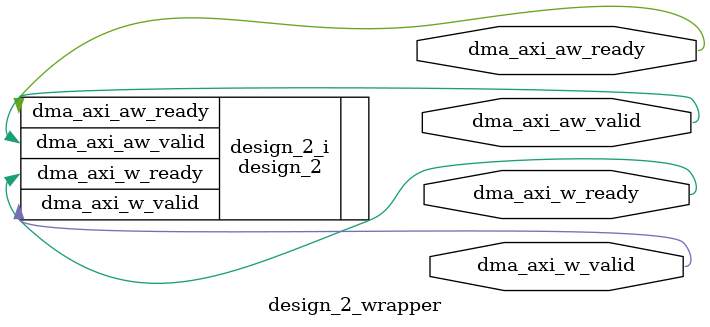
<source format=v>
`timescale 1 ps / 1 ps

module design_2_wrapper
   (dma_axi_aw_ready,
    dma_axi_aw_valid,
    dma_axi_w_ready,
    dma_axi_w_valid);
  output dma_axi_aw_ready;
  output dma_axi_aw_valid;
  output dma_axi_w_ready;
  output dma_axi_w_valid;

  wire dma_axi_aw_ready;
  wire dma_axi_aw_valid;
  wire dma_axi_w_ready;
  wire dma_axi_w_valid;

  design_2 design_2_i
       (.dma_axi_aw_ready(dma_axi_aw_ready),
        .dma_axi_aw_valid(dma_axi_aw_valid),
        .dma_axi_w_ready(dma_axi_w_ready),
        .dma_axi_w_valid(dma_axi_w_valid));
endmodule

</source>
